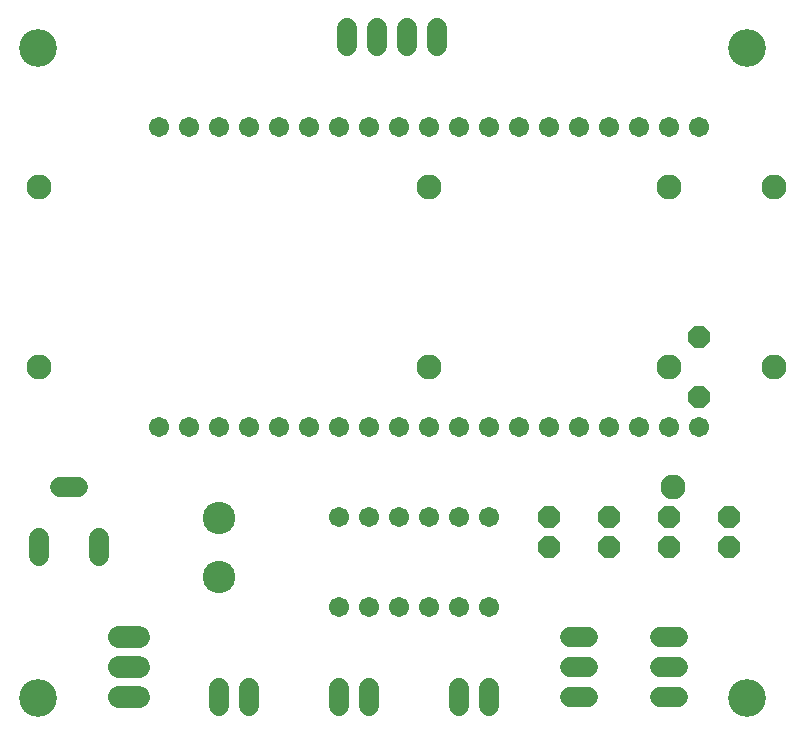
<source format=gbr>
G04 EAGLE Gerber RS-274X export*
G75*
%MOMM*%
%FSLAX34Y34*%
%LPD*%
%INSoldermask Bottom*%
%IPPOS*%
%AMOC8*
5,1,8,0,0,1.08239X$1,22.5*%
G01*
%ADD10C,3.203200*%
%ADD11C,2.743200*%
%ADD12P,1.951982X8X112.500000*%
%ADD13C,1.727200*%
%ADD14P,1.951982X8X292.500000*%
%ADD15C,1.853200*%
%ADD16C,1.703200*%
%ADD17C,2.108200*%


D10*
X50000Y50000D03*
X50000Y600000D03*
X650000Y50000D03*
X650000Y600000D03*
D11*
X203200Y152400D03*
X203200Y202400D03*
D12*
X482600Y177800D03*
X482600Y203200D03*
X584200Y177800D03*
X584200Y203200D03*
X533400Y177800D03*
X533400Y203200D03*
X635000Y177800D03*
X635000Y203200D03*
D13*
X203200Y58420D02*
X203200Y43180D01*
X228600Y43180D02*
X228600Y58420D01*
X304800Y58420D02*
X304800Y43180D01*
X330200Y43180D02*
X330200Y58420D01*
X406400Y58420D02*
X406400Y43180D01*
X431800Y43180D02*
X431800Y58420D01*
X388100Y601980D02*
X388100Y617220D01*
X362700Y617220D02*
X362700Y601980D01*
X337300Y601980D02*
X337300Y617220D01*
X311900Y617220D02*
X311900Y601980D01*
D14*
X609600Y355600D03*
X609600Y304800D03*
D15*
X135250Y101600D02*
X118750Y101600D01*
X118750Y76200D02*
X135250Y76200D01*
X135250Y50800D02*
X118750Y50800D01*
D13*
X500380Y101600D02*
X515620Y101600D01*
X515620Y76200D02*
X500380Y76200D01*
X500380Y50800D02*
X515620Y50800D01*
X576580Y50800D02*
X591820Y50800D01*
X591820Y76200D02*
X576580Y76200D01*
X576580Y101600D02*
X591820Y101600D01*
D16*
X304800Y127000D03*
X330200Y127000D03*
X355600Y127000D03*
X381000Y127000D03*
X406400Y127000D03*
X431800Y127000D03*
X431800Y203200D03*
X406400Y203200D03*
X381000Y203200D03*
X355600Y203200D03*
X330200Y203200D03*
X304800Y203200D03*
X152400Y279400D03*
X177800Y279400D03*
X203200Y279400D03*
X228600Y279400D03*
X254000Y279400D03*
X279400Y279400D03*
X304800Y279400D03*
X330200Y279400D03*
X355600Y279400D03*
X381000Y279400D03*
X406400Y279400D03*
X431800Y279400D03*
X457200Y279400D03*
X482600Y279400D03*
X508000Y279400D03*
X533400Y279400D03*
X558800Y279400D03*
X584200Y279400D03*
X609600Y279400D03*
X609600Y533400D03*
X584200Y533400D03*
X558800Y533400D03*
X533400Y533400D03*
X508000Y533400D03*
X482600Y533400D03*
X457200Y533400D03*
X431800Y533400D03*
X406400Y533400D03*
X381000Y533400D03*
X355600Y533400D03*
X330200Y533400D03*
X304800Y533400D03*
X279400Y533400D03*
X254000Y533400D03*
X228600Y533400D03*
X203200Y533400D03*
X177800Y533400D03*
X152400Y533400D03*
D13*
X83820Y228600D02*
X68580Y228600D01*
X50800Y185420D02*
X50800Y170180D01*
X101600Y170180D02*
X101600Y185420D01*
D17*
X584200Y482600D03*
X50800Y330200D03*
X50800Y482600D03*
X584200Y330200D03*
X673100Y482600D03*
X673100Y330200D03*
X381000Y482600D03*
X381000Y330200D03*
X587375Y228600D03*
M02*

</source>
